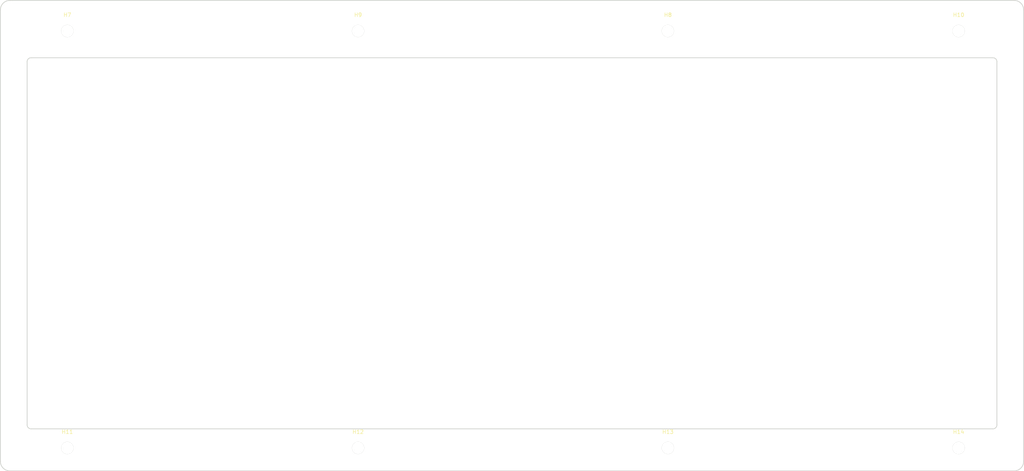
<source format=kicad_pcb>
(kicad_pcb (version 20171130) (host pcbnew 5.0.1)

  (general
    (thickness 1.6)
    (drawings 24)
    (tracks 0)
    (zones 0)
    (modules 8)
    (nets 1)
  )

  (page A3)
  (layers
    (0 F.Cu signal)
    (31 B.Cu signal)
    (32 B.Adhes user)
    (33 F.Adhes user)
    (34 B.Paste user)
    (35 F.Paste user)
    (36 B.SilkS user)
    (37 F.SilkS user)
    (38 B.Mask user)
    (39 F.Mask user)
    (40 Dwgs.User user)
    (41 Cmts.User user)
    (42 Eco1.User user)
    (43 Eco2.User user)
    (44 Edge.Cuts user)
    (45 Margin user)
    (46 B.CrtYd user)
    (47 F.CrtYd user)
    (48 B.Fab user)
    (49 F.Fab user)
  )

  (setup
    (last_trace_width 0.25)
    (trace_clearance 0.2)
    (zone_clearance 0.508)
    (zone_45_only no)
    (trace_min 0.2)
    (segment_width 0.2)
    (edge_width 0.2)
    (via_size 0.8)
    (via_drill 0.4)
    (via_min_size 0.4)
    (via_min_drill 0.3)
    (uvia_size 0.3)
    (uvia_drill 0.1)
    (uvias_allowed no)
    (uvia_min_size 0.2)
    (uvia_min_drill 0.1)
    (pcb_text_width 0.3)
    (pcb_text_size 1.5 1.5)
    (mod_edge_width 0.15)
    (mod_text_size 1 1)
    (mod_text_width 0.15)
    (pad_size 1.524 1.524)
    (pad_drill 0.762)
    (pad_to_mask_clearance 0.051)
    (solder_mask_min_width 0.25)
    (aux_axis_origin 0 0)
    (visible_elements FFFDF7FF)
    (pcbplotparams
      (layerselection 0x010fc_ffffffff)
      (usegerberextensions false)
      (usegerberattributes false)
      (usegerberadvancedattributes false)
      (creategerberjobfile false)
      (excludeedgelayer true)
      (linewidth 0.100000)
      (plotframeref false)
      (viasonmask false)
      (mode 1)
      (useauxorigin false)
      (hpglpennumber 1)
      (hpglpenspeed 20)
      (hpglpendiameter 15.000000)
      (psnegative false)
      (psa4output false)
      (plotreference true)
      (plotvalue true)
      (plotinvisibletext false)
      (padsonsilk false)
      (subtractmaskfromsilk false)
      (outputformat 1)
      (mirror false)
      (drillshape 1)
      (scaleselection 1)
      (outputdirectory "../Photos/Verification SVG/"))
  )

  (net 0 "")

  (net_class Default "This is the default net class."
    (clearance 0.2)
    (trace_width 0.25)
    (via_dia 0.8)
    (via_drill 0.4)
    (uvia_dia 0.3)
    (uvia_drill 0.1)
  )

  (module MountingHole:MountingHole_3.2mm_M3 (layer F.Cu) (tedit 56D1B4CB) (tstamp 5C468109)
    (at 168 185)
    (descr "Mounting Hole 3.2mm, no annular, M3")
    (tags "mounting hole 3.2mm no annular m3")
    (path /5C5730A9)
    (attr virtual)
    (fp_text reference H12 (at 0 -4.2) (layer F.SilkS)
      (effects (font (size 1 1) (thickness 0.15)))
    )
    (fp_text value MountingHole (at 0 4.2) (layer F.Fab)
      (effects (font (size 1 1) (thickness 0.15)))
    )
    (fp_text user %R (at 0.3 0) (layer F.Fab)
      (effects (font (size 1 1) (thickness 0.15)))
    )
    (fp_circle (center 0 0) (end 3.2 0) (layer Cmts.User) (width 0.15))
    (fp_circle (center 0 0) (end 3.45 0) (layer F.CrtYd) (width 0.05))
    (pad 1 np_thru_hole circle (at 0 0) (size 3.2 3.2) (drill 3.2) (layers *.Cu *.Mask))
  )

  (module MountingHole:MountingHole_3.2mm_M3 (layer F.Cu) (tedit 56D1B4CB) (tstamp 5C4680E6)
    (at 92 76)
    (descr "Mounting Hole 3.2mm, no annular, M3")
    (tags "mounting hole 3.2mm no annular m3")
    (path /5C572BE5)
    (attr virtual)
    (fp_text reference H7 (at 0 -4.2) (layer F.SilkS)
      (effects (font (size 1 1) (thickness 0.15)))
    )
    (fp_text value MountingHole (at 0 4.2) (layer F.Fab)
      (effects (font (size 1 1) (thickness 0.15)))
    )
    (fp_circle (center 0 0) (end 3.45 0) (layer F.CrtYd) (width 0.05))
    (fp_circle (center 0 0) (end 3.2 0) (layer Cmts.User) (width 0.15))
    (fp_text user %R (at 0.3 0) (layer F.Fab)
      (effects (font (size 1 1) (thickness 0.15)))
    )
    (pad 1 np_thru_hole circle (at 0 0) (size 3.2 3.2) (drill 3.2) (layers *.Cu *.Mask))
  )

  (module MountingHole:MountingHole_3.2mm_M3 (layer F.Cu) (tedit 56D1B4CB) (tstamp 5C4680ED)
    (at 249 76)
    (descr "Mounting Hole 3.2mm, no annular, M3")
    (tags "mounting hole 3.2mm no annular m3")
    (path /5C572DA1)
    (attr virtual)
    (fp_text reference H8 (at 0 -4.2) (layer F.SilkS)
      (effects (font (size 1 1) (thickness 0.15)))
    )
    (fp_text value MountingHole (at 0 4.2) (layer F.Fab)
      (effects (font (size 1 1) (thickness 0.15)))
    )
    (fp_text user %R (at 0.3 0) (layer F.Fab)
      (effects (font (size 1 1) (thickness 0.15)))
    )
    (fp_circle (center 0 0) (end 3.2 0) (layer Cmts.User) (width 0.15))
    (fp_circle (center 0 0) (end 3.45 0) (layer F.CrtYd) (width 0.05))
    (pad 1 np_thru_hole circle (at 0 0) (size 3.2 3.2) (drill 3.2) (layers *.Cu *.Mask))
  )

  (module MountingHole:MountingHole_3.2mm_M3 (layer F.Cu) (tedit 56D1B4CB) (tstamp 5C4680F4)
    (at 168 76)
    (descr "Mounting Hole 3.2mm, no annular, M3")
    (tags "mounting hole 3.2mm no annular m3")
    (path /5C572E5F)
    (attr virtual)
    (fp_text reference H9 (at 0 -4.2) (layer F.SilkS)
      (effects (font (size 1 1) (thickness 0.15)))
    )
    (fp_text value MountingHole (at 0 4.2) (layer F.Fab)
      (effects (font (size 1 1) (thickness 0.15)))
    )
    (fp_circle (center 0 0) (end 3.45 0) (layer F.CrtYd) (width 0.05))
    (fp_circle (center 0 0) (end 3.2 0) (layer Cmts.User) (width 0.15))
    (fp_text user %R (at 0.3 0) (layer F.Fab)
      (effects (font (size 1 1) (thickness 0.15)))
    )
    (pad 1 np_thru_hole circle (at 0 0) (size 3.2 3.2) (drill 3.2) (layers *.Cu *.Mask))
  )

  (module MountingHole:MountingHole_3.2mm_M3 (layer F.Cu) (tedit 56D1B4CB) (tstamp 5C4680FB)
    (at 325 76)
    (descr "Mounting Hole 3.2mm, no annular, M3")
    (tags "mounting hole 3.2mm no annular m3")
    (path /5C572F23)
    (attr virtual)
    (fp_text reference H10 (at 0 -4.2) (layer F.SilkS)
      (effects (font (size 1 1) (thickness 0.15)))
    )
    (fp_text value MountingHole (at 0 4.2) (layer F.Fab)
      (effects (font (size 1 1) (thickness 0.15)))
    )
    (fp_text user %R (at 0.3 0) (layer F.Fab)
      (effects (font (size 1 1) (thickness 0.15)))
    )
    (fp_circle (center 0 0) (end 3.2 0) (layer Cmts.User) (width 0.15))
    (fp_circle (center 0 0) (end 3.45 0) (layer F.CrtYd) (width 0.05))
    (pad 1 np_thru_hole circle (at 0 0) (size 3.2 3.2) (drill 3.2) (layers *.Cu *.Mask))
  )

  (module MountingHole:MountingHole_3.2mm_M3 (layer F.Cu) (tedit 56D1B4CB) (tstamp 5C468102)
    (at 92 185)
    (descr "Mounting Hole 3.2mm, no annular, M3")
    (tags "mounting hole 3.2mm no annular m3")
    (path /5C572FE5)
    (attr virtual)
    (fp_text reference H11 (at 0 -4.2) (layer F.SilkS)
      (effects (font (size 1 1) (thickness 0.15)))
    )
    (fp_text value MountingHole (at 0 4.2) (layer F.Fab)
      (effects (font (size 1 1) (thickness 0.15)))
    )
    (fp_circle (center 0 0) (end 3.45 0) (layer F.CrtYd) (width 0.05))
    (fp_circle (center 0 0) (end 3.2 0) (layer Cmts.User) (width 0.15))
    (fp_text user %R (at 0.3 0) (layer F.Fab)
      (effects (font (size 1 1) (thickness 0.15)))
    )
    (pad 1 np_thru_hole circle (at 0 0) (size 3.2 3.2) (drill 3.2) (layers *.Cu *.Mask))
  )

  (module MountingHole:MountingHole_3.2mm_M3 (layer F.Cu) (tedit 56D1B4CB) (tstamp 5C468110)
    (at 249 185)
    (descr "Mounting Hole 3.2mm, no annular, M3")
    (tags "mounting hole 3.2mm no annular m3")
    (path /5C57316F)
    (attr virtual)
    (fp_text reference H13 (at 0 -4.2) (layer F.SilkS)
      (effects (font (size 1 1) (thickness 0.15)))
    )
    (fp_text value MountingHole (at 0 4.2) (layer F.Fab)
      (effects (font (size 1 1) (thickness 0.15)))
    )
    (fp_circle (center 0 0) (end 3.45 0) (layer F.CrtYd) (width 0.05))
    (fp_circle (center 0 0) (end 3.2 0) (layer Cmts.User) (width 0.15))
    (fp_text user %R (at 0.3 0) (layer F.Fab)
      (effects (font (size 1 1) (thickness 0.15)))
    )
    (pad 1 np_thru_hole circle (at 0 0) (size 3.2 3.2) (drill 3.2) (layers *.Cu *.Mask))
  )

  (module MountingHole:MountingHole_3.2mm_M3 (layer F.Cu) (tedit 56D1B4CB) (tstamp 5C468117)
    (at 325 185)
    (descr "Mounting Hole 3.2mm, no annular, M3")
    (tags "mounting hole 3.2mm no annular m3")
    (path /5C57E7D0)
    (attr virtual)
    (fp_text reference H14 (at 0 -4.2) (layer F.SilkS)
      (effects (font (size 1 1) (thickness 0.15)))
    )
    (fp_text value MountingHole (at 0 4.2) (layer F.Fab)
      (effects (font (size 1 1) (thickness 0.15)))
    )
    (fp_text user %R (at 0.3 0) (layer F.Fab)
      (effects (font (size 1 1) (thickness 0.15)))
    )
    (fp_circle (center 0 0) (end 3.2 0) (layer Cmts.User) (width 0.15))
    (fp_circle (center 0 0) (end 3.45 0) (layer F.CrtYd) (width 0.05))
    (pad 1 np_thru_hole circle (at 0 0) (size 3.2 3.2) (drill 3.2) (layers *.Cu *.Mask))
  )

  (gr_circle (center 92 185) (end 93.3 185.8) (layer Edge.Cuts) (width 0.2))
  (gr_circle (center 168 185) (end 169.4 185.6) (layer Edge.Cuts) (width 0.2))
  (gr_circle (center 249 185) (end 250.3 185.8) (layer Edge.Cuts) (width 0.2))
  (gr_circle (center 325 185) (end 326.3 185.8) (layer Edge.Cuts) (width 0.2))
  (gr_circle (center 325 76) (end 326.3 76.8) (layer Edge.Cuts) (width 0.2))
  (gr_circle (center 249 76) (end 250.3 76.8) (layer Edge.Cuts) (width 0.2))
  (gr_circle (center 168 76) (end 169.4 76.6) (layer Edge.Cuts) (width 0.2))
  (gr_circle (center 92 76) (end 93.3 76.8) (layer Edge.Cuts) (width 0.2))
  (gr_arc (start 334 179) (end 334 180) (angle -90) (layer Edge.Cuts) (width 0.2))
  (gr_arc (start 334 84) (end 335 84) (angle -90) (layer Edge.Cuts) (width 0.2))
  (gr_arc (start 82.5 179) (end 81.5 179) (angle -90) (layer Edge.Cuts) (width 0.2))
  (gr_arc (start 82.5 84) (end 82.5 83) (angle -90) (layer Edge.Cuts) (width 0.2))
  (gr_line (start 334 83) (end 82.5 83) (layer Edge.Cuts) (width 0.2))
  (gr_line (start 335 179) (end 335 84) (layer Edge.Cuts) (width 0.2))
  (gr_line (start 82.5 180) (end 334 180) (layer Edge.Cuts) (width 0.2))
  (gr_line (start 81.5 84) (end 81.5 179) (layer Edge.Cuts) (width 0.2))
  (gr_arc (start 77 188.5) (end 74.5 188.5) (angle -90) (layer Edge.Cuts) (width 0.2))
  (gr_arc (start 339.5 188.5) (end 339.5 191) (angle -90) (layer Edge.Cuts) (width 0.2))
  (gr_arc (start 339.5 70.5) (end 342 70.5) (angle -90) (layer Edge.Cuts) (width 0.2))
  (gr_arc (start 77 70.5) (end 77 68) (angle -90) (layer Edge.Cuts) (width 0.2))
  (gr_line (start 342 70.5) (end 342 188.5) (layer Edge.Cuts) (width 0.2))
  (gr_line (start 74.5 188.5) (end 74.5 70.5) (layer Edge.Cuts) (width 0.2) (tstamp 5C464E26))
  (gr_line (start 339.5 191) (end 77 191) (layer Edge.Cuts) (width 0.2))
  (gr_line (start 77 68) (end 339.5 68) (layer Edge.Cuts) (width 0.2))

)

</source>
